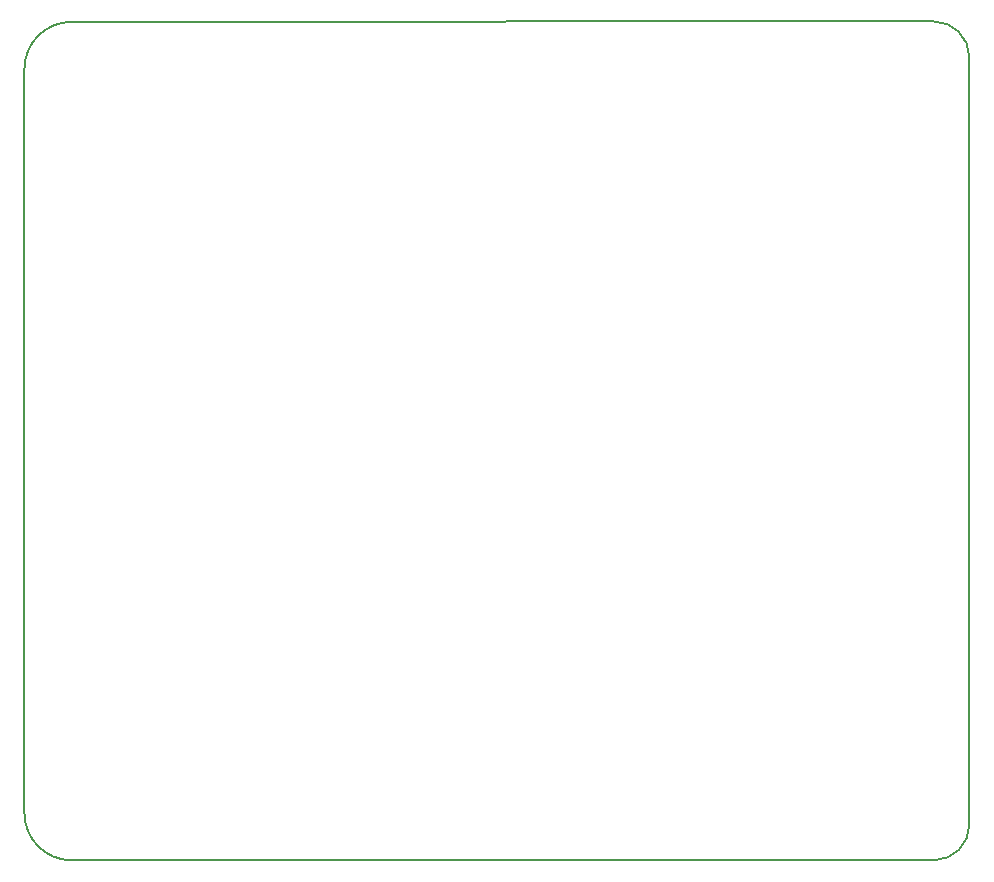
<source format=gko>
G04*
G04 #@! TF.GenerationSoftware,Altium Limited,Altium Designer,20.2.6 (244)*
G04*
G04 Layer_Color=16711935*
%FSLAX25Y25*%
%MOIN*%
G70*
G04*
G04 #@! TF.SameCoordinates,E97EBE13-EBD0-4CAC-9F2B-1EA0C24CC531*
G04*
G04*
G04 #@! TF.FilePolarity,Positive*
G04*
G01*
G75*
%ADD16C,0.00500*%
D16*
X62992Y346457D02*
G03*
X78740Y330709I15748J0D01*
G01*
X366142Y330709D02*
G03*
X377953Y342520I0J11811D01*
G01*
X377953Y598427D02*
G03*
X366054Y610319I-11891J0D01*
G01*
X78655Y610155D02*
G03*
X62992Y594484I9J-15672D01*
G01*
X78740Y330709D02*
X366142Y330709D01*
X377953Y598427D02*
X377953Y342520D01*
X78655Y610155D02*
X366054Y610319D01*
X62992Y346457D02*
X62992Y594484D01*
M02*

</source>
